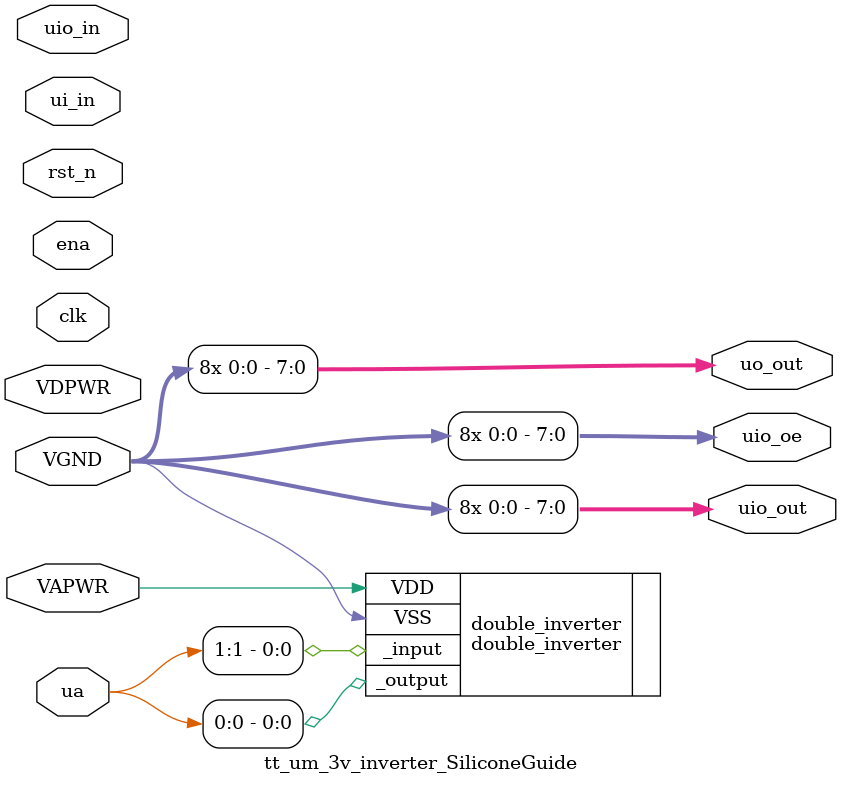
<source format=v>
/*
 * Copyright (c) 2024 Your Name
 * SPDX-License-Identifier: Apache-2.0
 */

`default_nettype none

module tt_um_3v_inverter_SiliconeGuide (
    input  wire       VGND,
    input  wire       VDPWR,    // 1.8v power supply
    input  wire       VAPWR,    // 3.3v power supply
    input  wire [7:0] ui_in,    // Dedicated inputs
    output wire [7:0] uo_out,   // Dedicated outputs
    input  wire [7:0] uio_in,   // IOs: Input path
    output wire [7:0] uio_out,  // IOs: Output path
    output wire [7:0] uio_oe,   // IOs: Enable path (active high: 0=input, 1=output)
    inout  wire [7:0] ua,       // Analog pins, only ua[5:0] can be used
    input  wire       ena,      // always 1 when the design is powered, so you can ignore it
    input  wire       clk,      // clock
    input  wire       rst_n     // reset_n - low to reset
);

	double_inverter double_inverter(
		.VDD(VAPWR),
		.VSS(VGND),
		._input(ua[1]),
		._output(ua[0])
	);

    // ties for the output enables
    assign uo_out[0] = VGND;
    assign uo_out[1] = VGND;
    assign uo_out[2] = VGND;
    assign uo_out[3] = VGND;
    assign uo_out[4] = VGND;
    assign uo_out[5] = VGND;
    assign uo_out[6] = VGND;
    assign uo_out[7] = VGND;

    assign uio_out[0] = VGND;
    assign uio_out[1] = VGND;
    assign uio_out[2] = VGND;
    assign uio_out[3] = VGND;
    assign uio_out[4] = VGND;
    assign uio_out[5] = VGND;
    assign uio_out[6] = VGND;
    assign uio_out[7] = VGND;

    assign uio_oe[0] = VGND;
    assign uio_oe[1] = VGND;
    assign uio_oe[2] = VGND;
    assign uio_oe[3] = VGND;
    assign uio_oe[4] = VGND;
    assign uio_oe[5] = VGND;
    assign uio_oe[6] = VGND;
    assign uio_oe[7] = VGND;

endmodule



</source>
